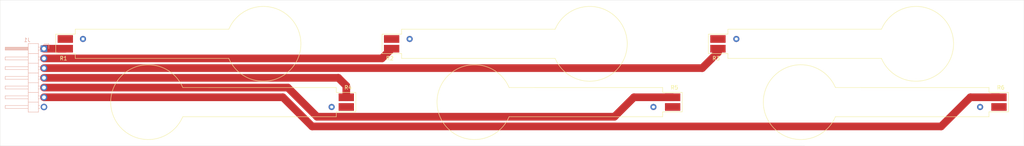
<source format=kicad_pcb>
(kicad_pcb (version 20200104) (host pcbnew "5.99.0-unknown-418dba4~86~ubuntu18.04.1")

  (general
    (thickness 1.6)
    (drawings 6)
    (tracks 25)
    (modules 7)
    (nets 8)
  )

  (page "A4")
  (layers
    (0 "F.Cu" signal hide)
    (31 "B.Cu" signal)
    (32 "B.Adhes" user)
    (33 "F.Adhes" user)
    (34 "B.Paste" user)
    (35 "F.Paste" user)
    (36 "B.SilkS" user)
    (37 "F.SilkS" user)
    (38 "B.Mask" user)
    (39 "F.Mask" user)
    (40 "Dwgs.User" user)
    (41 "Cmts.User" user)
    (42 "Eco1.User" user)
    (43 "Eco2.User" user)
    (44 "Edge.Cuts" user)
    (45 "Margin" user)
    (46 "B.CrtYd" user)
    (47 "F.CrtYd" user)
    (48 "B.Fab" user)
    (49 "F.Fab" user)
  )

  (setup
    (last_trace_width 0.25)
    (user_trace_width 2)
    (trace_clearance 0.2)
    (zone_clearance 0.508)
    (zone_45_only no)
    (trace_min 0.2)
    (via_size 0.8)
    (via_drill 0.4)
    (via_min_size 0.4)
    (via_min_drill 0.3)
    (user_via 1.6 0.8)
    (uvia_size 0.3)
    (uvia_drill 0.1)
    (uvias_allowed no)
    (uvia_min_size 0.2)
    (uvia_min_drill 0.1)
    (max_error 0.005)
    (defaults
      (edge_clearance 0.01)
      (edge_cuts_line_width 0.05)
      (courtyard_line_width 0.05)
      (copper_line_width 0.2)
      (copper_text_dims (size 1.5 1.5) (thickness 0.3))
      (silk_line_width 0.12)
      (silk_text_dims (size 1 1) (thickness 0.15))
      (other_layers_line_width 0.1)
      (other_layers_text_dims (size 1 1) (thickness 0.15))
      (dimension_units 0)
      (dimension_precision 1)
    )
    (pad_size 1.524 1.524)
    (pad_drill 0.762)
    (pad_to_mask_clearance 0.051)
    (solder_mask_min_width 0.25)
    (aux_axis_origin 0 0)
    (visible_elements FFFFFF7F)
    (pcbplotparams
      (layerselection 0x010fc_ffffffff)
      (usegerberextensions false)
      (usegerberattributes false)
      (usegerberadvancedattributes false)
      (creategerberjobfile false)
      (excludeedgelayer true)
      (linewidth 0.100000)
      (plotframeref false)
      (viasonmask false)
      (mode 1)
      (useauxorigin false)
      (hpglpennumber 1)
      (hpglpenspeed 20)
      (hpglpendiameter 15.000000)
      (psnegative false)
      (psa4output false)
      (plotreference true)
      (plotvalue true)
      (plotinvisibletext false)
      (padsonsilk false)
      (subtractmaskfromsilk false)
      (outputformat 1)
      (mirror false)
      (drillshape 1)
      (scaleselection 1)
      (outputdirectory "")
    )
  )

  (net 0 "")
  (net 1 "Net-(J1-Pad6)")
  (net 2 "Net-(J1-Pad5)")
  (net 3 "Net-(J1-Pad4)")
  (net 4 "Net-(J1-Pad3)")
  (net 5 "Net-(J1-Pad2)")
  (net 6 "Net-(J1-Pad1)")
  (net 7 "GND")

  (net_class "Default" "This is the default net class."
    (clearance 0.2)
    (trace_width 0.25)
    (via_dia 0.8)
    (via_drill 0.4)
    (uvia_dia 0.3)
    (uvia_drill 0.1)
    (add_net "GND")
    (add_net "Net-(J1-Pad1)")
    (add_net "Net-(J1-Pad2)")
    (add_net "Net-(J1-Pad3)")
    (add_net "Net-(J1-Pad4)")
    (add_net "Net-(J1-Pad5)")
    (add_net "Net-(J1-Pad6)")
  )

  (module "custom-library:FSR-402" (layer "F.Cu") (tedit 5DD49B0F) (tstamp 5DD4C343)
    (at 140 15.24)
    (path "/5DD4AF12")
    (fp_text reference "R6" (at 52.07 -3.81) (layer "F.SilkS")
      (effects (font (size 1 1) (thickness 0.15)))
    )
    (fp_text value "R" (at 55.11 0 270) (layer "F.Fab")
      (effects (font (size 1 1) (thickness 0.15)))
    )
    (fp_line (start 49 3.81) (end 9 3.81) (layer "F.SilkS") (width 0.12))
    (fp_line (start 49 2.54) (end 49 3.81) (layer "F.SilkS") (width 0.12))
    (fp_line (start 54.08 2.54) (end 49 2.54) (layer "F.SilkS") (width 0.12))
    (fp_line (start 54.08 -2.54) (end 54.08 2.54) (layer "F.SilkS") (width 0.12))
    (fp_line (start 49 -2.54) (end 54.08 -2.54) (layer "F.SilkS") (width 0.12))
    (fp_line (start 49 -3.81) (end 49 -2.54) (layer "F.SilkS") (width 0.12))
    (fp_line (start 8.999276 -3.811709) (end 49 -3.81) (layer "F.SilkS") (width 0.12))
    (fp_arc (start 0 0) (end 9 3.81) (angle 314.1) (layer "F.SilkS") (width 0.12))
    (pad "2" smd rect (at 51.6 1.27 270) (size 2 4) (layers "F.Cu" "F.Paste" "F.Mask")
      (net 7 "GND"))
    (pad "1" smd rect (at 51.6 -1.27 270) (size 2 4) (layers "F.Cu" "F.Paste" "F.Mask")
      (net 1 "Net-(J1-Pad6)"))
  )

  (module "custom-library:FSR-402" (layer "F.Cu") (tedit 5DD49B0F) (tstamp 5DD4C335)
    (at 55 15.24)
    (path "/5DD4A9AD")
    (fp_text reference "R5" (at 52.07 -3.81) (layer "F.SilkS")
      (effects (font (size 1 1) (thickness 0.15)))
    )
    (fp_text value "R" (at 55.11 0 270) (layer "F.Fab")
      (effects (font (size 1 1) (thickness 0.15)))
    )
    (fp_line (start 49 3.81) (end 9 3.81) (layer "F.SilkS") (width 0.12))
    (fp_line (start 49 2.54) (end 49 3.81) (layer "F.SilkS") (width 0.12))
    (fp_line (start 54.08 2.54) (end 49 2.54) (layer "F.SilkS") (width 0.12))
    (fp_line (start 54.08 -2.54) (end 54.08 2.54) (layer "F.SilkS") (width 0.12))
    (fp_line (start 49 -2.54) (end 54.08 -2.54) (layer "F.SilkS") (width 0.12))
    (fp_line (start 49 -3.81) (end 49 -2.54) (layer "F.SilkS") (width 0.12))
    (fp_line (start 8.999276 -3.811709) (end 49 -3.81) (layer "F.SilkS") (width 0.12))
    (fp_arc (start 0 0) (end 9 3.81) (angle 314.1) (layer "F.SilkS") (width 0.12))
    (pad "2" smd rect (at 51.6 1.27 270) (size 2 4) (layers "F.Cu" "F.Paste" "F.Mask")
      (net 7 "GND"))
    (pad "1" smd rect (at 51.6 -1.27 270) (size 2 4) (layers "F.Cu" "F.Paste" "F.Mask")
      (net 2 "Net-(J1-Pad5)"))
  )

  (module "custom-library:FSR-402" (layer "F.Cu") (tedit 5DD49B0F) (tstamp 5DD4C327)
    (at -30 15.24)
    (path "/5DD4A49C")
    (fp_text reference "R4" (at 52.07 -3.81) (layer "F.SilkS")
      (effects (font (size 1 1) (thickness 0.15)))
    )
    (fp_text value "R" (at 55.11 0 270) (layer "F.Fab")
      (effects (font (size 1 1) (thickness 0.15)))
    )
    (fp_line (start 49 3.81) (end 9 3.81) (layer "F.SilkS") (width 0.12))
    (fp_line (start 49 2.54) (end 49 3.81) (layer "F.SilkS") (width 0.12))
    (fp_line (start 54.08 2.54) (end 49 2.54) (layer "F.SilkS") (width 0.12))
    (fp_line (start 54.08 -2.54) (end 54.08 2.54) (layer "F.SilkS") (width 0.12))
    (fp_line (start 49 -2.54) (end 54.08 -2.54) (layer "F.SilkS") (width 0.12))
    (fp_line (start 49 -3.81) (end 49 -2.54) (layer "F.SilkS") (width 0.12))
    (fp_line (start 8.999276 -3.811709) (end 49 -3.81) (layer "F.SilkS") (width 0.12))
    (fp_arc (start 0 0) (end 9 3.81) (angle 314.1) (layer "F.SilkS") (width 0.12))
    (pad "2" smd rect (at 51.6 1.27 270) (size 2 4) (layers "F.Cu" "F.Paste" "F.Mask")
      (net 7 "GND"))
    (pad "1" smd rect (at 51.6 -1.27 270) (size 2 4) (layers "F.Cu" "F.Paste" "F.Mask")
      (net 3 "Net-(J1-Pad4)"))
  )

  (module "custom-library:FSR-402" (layer "F.Cu") (tedit 5DD49B0F) (tstamp 5DD4C319)
    (at 170 0 180)
    (path "/5DD4A22F")
    (fp_text reference "R3" (at 52.07 -3.81) (layer "F.SilkS")
      (effects (font (size 1 1) (thickness 0.15)))
    )
    (fp_text value "R" (at 55.11 0 270) (layer "F.Fab")
      (effects (font (size 1 1) (thickness 0.15)))
    )
    (fp_line (start 49 3.81) (end 9 3.81) (layer "F.SilkS") (width 0.12))
    (fp_line (start 49 2.54) (end 49 3.81) (layer "F.SilkS") (width 0.12))
    (fp_line (start 54.08 2.54) (end 49 2.54) (layer "F.SilkS") (width 0.12))
    (fp_line (start 54.08 -2.54) (end 54.08 2.54) (layer "F.SilkS") (width 0.12))
    (fp_line (start 49 -2.54) (end 54.08 -2.54) (layer "F.SilkS") (width 0.12))
    (fp_line (start 49 -3.81) (end 49 -2.54) (layer "F.SilkS") (width 0.12))
    (fp_line (start 8.999276 -3.811709) (end 49 -3.81) (layer "F.SilkS") (width 0.12))
    (fp_arc (start 0 0) (end 9 3.81) (angle 314.1) (layer "F.SilkS") (width 0.12))
    (pad "2" smd rect (at 51.6 1.27 90) (size 2 4) (layers "F.Cu" "F.Paste" "F.Mask")
      (net 7 "GND"))
    (pad "1" smd rect (at 51.6 -1.27 90) (size 2 4) (layers "F.Cu" "F.Paste" "F.Mask")
      (net 4 "Net-(J1-Pad3)"))
  )

  (module "custom-library:FSR-402" (layer "F.Cu") (tedit 5DD49B0F) (tstamp 5DD4C30B)
    (at 85 0 180)
    (path "/5DD49C0A")
    (fp_text reference "R2" (at 52.07 -3.81) (layer "F.SilkS")
      (effects (font (size 1 1) (thickness 0.15)))
    )
    (fp_text value "R" (at 55.11 0 270) (layer "F.Fab")
      (effects (font (size 1 1) (thickness 0.15)))
    )
    (fp_line (start 49 3.81) (end 9 3.81) (layer "F.SilkS") (width 0.12))
    (fp_line (start 49 2.54) (end 49 3.81) (layer "F.SilkS") (width 0.12))
    (fp_line (start 54.08 2.54) (end 49 2.54) (layer "F.SilkS") (width 0.12))
    (fp_line (start 54.08 -2.54) (end 54.08 2.54) (layer "F.SilkS") (width 0.12))
    (fp_line (start 49 -2.54) (end 54.08 -2.54) (layer "F.SilkS") (width 0.12))
    (fp_line (start 49 -3.81) (end 49 -2.54) (layer "F.SilkS") (width 0.12))
    (fp_line (start 8.999276 -3.811709) (end 49 -3.81) (layer "F.SilkS") (width 0.12))
    (fp_arc (start 0 0) (end 9 3.81) (angle 314.1) (layer "F.SilkS") (width 0.12))
    (pad "2" smd rect (at 51.6 1.27 90) (size 2 4) (layers "F.Cu" "F.Paste" "F.Mask")
      (net 7 "GND"))
    (pad "1" smd rect (at 51.6 -1.27 90) (size 2 4) (layers "F.Cu" "F.Paste" "F.Mask")
      (net 5 "Net-(J1-Pad2)"))
  )

  (module "custom-library:FSR-402" (layer "F.Cu") (tedit 5DD49B0F) (tstamp 5DD4C2FD)
    (at 0 0 180)
    (path "/5DD49985")
    (fp_text reference "R1" (at 52.07 -3.81) (layer "F.SilkS")
      (effects (font (size 1 1) (thickness 0.15)))
    )
    (fp_text value "R" (at 55.11 0 270) (layer "F.Fab")
      (effects (font (size 1 1) (thickness 0.15)))
    )
    (fp_line (start 49 3.81) (end 9 3.81) (layer "F.SilkS") (width 0.12))
    (fp_line (start 49 2.54) (end 49 3.81) (layer "F.SilkS") (width 0.12))
    (fp_line (start 54.08 2.54) (end 49 2.54) (layer "F.SilkS") (width 0.12))
    (fp_line (start 54.08 -2.54) (end 54.08 2.54) (layer "F.SilkS") (width 0.12))
    (fp_line (start 49 -2.54) (end 54.08 -2.54) (layer "F.SilkS") (width 0.12))
    (fp_line (start 49 -3.81) (end 49 -2.54) (layer "F.SilkS") (width 0.12))
    (fp_line (start 8.999276 -3.811709) (end 49 -3.81) (layer "F.SilkS") (width 0.12))
    (fp_arc (start 0 0) (end 9 3.81) (angle 314.1) (layer "F.SilkS") (width 0.12))
    (pad "2" smd rect (at 51.6 1.27 90) (size 2 4) (layers "F.Cu" "F.Paste" "F.Mask")
      (net 7 "GND"))
    (pad "1" smd rect (at 51.6 -1.27 90) (size 2 4) (layers "F.Cu" "F.Paste" "F.Mask")
      (net 6 "Net-(J1-Pad1)"))
  )

  (module "Connector_PinHeader_2.54mm:PinHeader_1x07_P2.54mm_Horizontal" (layer "B.Cu") (tedit 59FED5CB) (tstamp 5DD4C2EF)
    (at -57.15 1.27 180)
    (descr "Through hole angled pin header, 1x07, 2.54mm pitch, 6mm pin length, single row")
    (tags "Through hole angled pin header THT 1x07 2.54mm single row")
    (path "/5DD4E3E8")
    (fp_text reference "J1" (at 4.385 2.27) (layer "B.SilkS")
      (effects (font (size 1 1) (thickness 0.15)) (justify mirror))
    )
    (fp_text value "Conn_01x07" (at 4.385 -17.51) (layer "B.Fab")
      (effects (font (size 1 1) (thickness 0.15)) (justify mirror))
    )
    (fp_text user "%R" (at 2.77 -7.62 -90) (layer "B.Fab")
      (effects (font (size 1 1) (thickness 0.15)) (justify mirror))
    )
    (fp_line (start 10.55 1.8) (end -1.8 1.8) (layer "B.CrtYd") (width 0.05))
    (fp_line (start 10.55 -17.05) (end 10.55 1.8) (layer "B.CrtYd") (width 0.05))
    (fp_line (start -1.8 -17.05) (end 10.55 -17.05) (layer "B.CrtYd") (width 0.05))
    (fp_line (start -1.8 1.8) (end -1.8 -17.05) (layer "B.CrtYd") (width 0.05))
    (fp_line (start -1.27 1.27) (end 0 1.27) (layer "B.SilkS") (width 0.12))
    (fp_line (start -1.27 0) (end -1.27 1.27) (layer "B.SilkS") (width 0.12))
    (fp_line (start 1.042929 -15.62) (end 1.44 -15.62) (layer "B.SilkS") (width 0.12))
    (fp_line (start 1.042929 -14.86) (end 1.44 -14.86) (layer "B.SilkS") (width 0.12))
    (fp_line (start 10.1 -15.62) (end 4.1 -15.62) (layer "B.SilkS") (width 0.12))
    (fp_line (start 10.1 -14.86) (end 10.1 -15.62) (layer "B.SilkS") (width 0.12))
    (fp_line (start 4.1 -14.86) (end 10.1 -14.86) (layer "B.SilkS") (width 0.12))
    (fp_line (start 1.44 -13.97) (end 4.1 -13.97) (layer "B.SilkS") (width 0.12))
    (fp_line (start 1.042929 -13.08) (end 1.44 -13.08) (layer "B.SilkS") (width 0.12))
    (fp_line (start 1.042929 -12.32) (end 1.44 -12.32) (layer "B.SilkS") (width 0.12))
    (fp_line (start 10.1 -13.08) (end 4.1 -13.08) (layer "B.SilkS") (width 0.12))
    (fp_line (start 10.1 -12.32) (end 10.1 -13.08) (layer "B.SilkS") (width 0.12))
    (fp_line (start 4.1 -12.32) (end 10.1 -12.32) (layer "B.SilkS") (width 0.12))
    (fp_line (start 1.44 -11.43) (end 4.1 -11.43) (layer "B.SilkS") (width 0.12))
    (fp_line (start 1.042929 -10.54) (end 1.44 -10.54) (layer "B.SilkS") (width 0.12))
    (fp_line (start 1.042929 -9.78) (end 1.44 -9.78) (layer "B.SilkS") (width 0.12))
    (fp_line (start 10.1 -10.54) (end 4.1 -10.54) (layer "B.SilkS") (width 0.12))
    (fp_line (start 10.1 -9.78) (end 10.1 -10.54) (layer "B.SilkS") (width 0.12))
    (fp_line (start 4.1 -9.78) (end 10.1 -9.78) (layer "B.SilkS") (width 0.12))
    (fp_line (start 1.44 -8.89) (end 4.1 -8.89) (layer "B.SilkS") (width 0.12))
    (fp_line (start 1.042929 -8) (end 1.44 -8) (layer "B.SilkS") (width 0.12))
    (fp_line (start 1.042929 -7.24) (end 1.44 -7.24) (layer "B.SilkS") (width 0.12))
    (fp_line (start 10.1 -8) (end 4.1 -8) (layer "B.SilkS") (width 0.12))
    (fp_line (start 10.1 -7.24) (end 10.1 -8) (layer "B.SilkS") (width 0.12))
    (fp_line (start 4.1 -7.24) (end 10.1 -7.24) (layer "B.SilkS") (width 0.12))
    (fp_line (start 1.44 -6.35) (end 4.1 -6.35) (layer "B.SilkS") (width 0.12))
    (fp_line (start 1.042929 -5.46) (end 1.44 -5.46) (layer "B.SilkS") (width 0.12))
    (fp_line (start 1.042929 -4.7) (end 1.44 -4.7) (layer "B.SilkS") (width 0.12))
    (fp_line (start 10.1 -5.46) (end 4.1 -5.46) (layer "B.SilkS") (width 0.12))
    (fp_line (start 10.1 -4.7) (end 10.1 -5.46) (layer "B.SilkS") (width 0.12))
    (fp_line (start 4.1 -4.7) (end 10.1 -4.7) (layer "B.SilkS") (width 0.12))
    (fp_line (start 1.44 -3.81) (end 4.1 -3.81) (layer "B.SilkS") (width 0.12))
    (fp_line (start 1.042929 -2.92) (end 1.44 -2.92) (layer "B.SilkS") (width 0.12))
    (fp_line (start 1.042929 -2.16) (end 1.44 -2.16) (layer "B.SilkS") (width 0.12))
    (fp_line (start 10.1 -2.92) (end 4.1 -2.92) (layer "B.SilkS") (width 0.12))
    (fp_line (start 10.1 -2.16) (end 10.1 -2.92) (layer "B.SilkS") (width 0.12))
    (fp_line (start 4.1 -2.16) (end 10.1 -2.16) (layer "B.SilkS") (width 0.12))
    (fp_line (start 1.44 -1.27) (end 4.1 -1.27) (layer "B.SilkS") (width 0.12))
    (fp_line (start 1.11 -0.38) (end 1.44 -0.38) (layer "B.SilkS") (width 0.12))
    (fp_line (start 1.11 0.38) (end 1.44 0.38) (layer "B.SilkS") (width 0.12))
    (fp_line (start 4.1 -0.28) (end 10.1 -0.28) (layer "B.SilkS") (width 0.12))
    (fp_line (start 4.1 -0.16) (end 10.1 -0.16) (layer "B.SilkS") (width 0.12))
    (fp_line (start 4.1 -0.04) (end 10.1 -0.04) (layer "B.SilkS") (width 0.12))
    (fp_line (start 4.1 0.08) (end 10.1 0.08) (layer "B.SilkS") (width 0.12))
    (fp_line (start 4.1 0.2) (end 10.1 0.2) (layer "B.SilkS") (width 0.12))
    (fp_line (start 4.1 0.32) (end 10.1 0.32) (layer "B.SilkS") (width 0.12))
    (fp_line (start 10.1 -0.38) (end 4.1 -0.38) (layer "B.SilkS") (width 0.12))
    (fp_line (start 10.1 0.38) (end 10.1 -0.38) (layer "B.SilkS") (width 0.12))
    (fp_line (start 4.1 0.38) (end 10.1 0.38) (layer "B.SilkS") (width 0.12))
    (fp_line (start 4.1 1.33) (end 1.44 1.33) (layer "B.SilkS") (width 0.12))
    (fp_line (start 4.1 -16.57) (end 4.1 1.33) (layer "B.SilkS") (width 0.12))
    (fp_line (start 1.44 -16.57) (end 4.1 -16.57) (layer "B.SilkS") (width 0.12))
    (fp_line (start 1.44 1.33) (end 1.44 -16.57) (layer "B.SilkS") (width 0.12))
    (fp_line (start 4.04 -15.56) (end 10.04 -15.56) (layer "B.Fab") (width 0.1))
    (fp_line (start 10.04 -14.92) (end 10.04 -15.56) (layer "B.Fab") (width 0.1))
    (fp_line (start 4.04 -14.92) (end 10.04 -14.92) (layer "B.Fab") (width 0.1))
    (fp_line (start -0.32 -15.56) (end 1.5 -15.56) (layer "B.Fab") (width 0.1))
    (fp_line (start -0.32 -14.92) (end -0.32 -15.56) (layer "B.Fab") (width 0.1))
    (fp_line (start -0.32 -14.92) (end 1.5 -14.92) (layer "B.Fab") (width 0.1))
    (fp_line (start 4.04 -13.02) (end 10.04 -13.02) (layer "B.Fab") (width 0.1))
    (fp_line (start 10.04 -12.38) (end 10.04 -13.02) (layer "B.Fab") (width 0.1))
    (fp_line (start 4.04 -12.38) (end 10.04 -12.38) (layer "B.Fab") (width 0.1))
    (fp_line (start -0.32 -13.02) (end 1.5 -13.02) (layer "B.Fab") (width 0.1))
    (fp_line (start -0.32 -12.38) (end -0.32 -13.02) (layer "B.Fab") (width 0.1))
    (fp_line (start -0.32 -12.38) (end 1.5 -12.38) (layer "B.Fab") (width 0.1))
    (fp_line (start 4.04 -10.48) (end 10.04 -10.48) (layer "B.Fab") (width 0.1))
    (fp_line (start 10.04 -9.84) (end 10.04 -10.48) (layer "B.Fab") (width 0.1))
    (fp_line (start 4.04 -9.84) (end 10.04 -9.84) (layer "B.Fab") (width 0.1))
    (fp_line (start -0.32 -10.48) (end 1.5 -10.48) (layer "B.Fab") (width 0.1))
    (fp_line (start -0.32 -9.84) (end -0.32 -10.48) (layer "B.Fab") (width 0.1))
    (fp_line (start -0.32 -9.84) (end 1.5 -9.84) (layer "B.Fab") (width 0.1))
    (fp_line (start 4.04 -7.94) (end 10.04 -7.94) (layer "B.Fab") (width 0.1))
    (fp_line (start 10.04 -7.3) (end 10.04 -7.94) (layer "B.Fab") (width 0.1))
    (fp_line (start 4.04 -7.3) (end 10.04 -7.3) (layer "B.Fab") (width 0.1))
    (fp_line (start -0.32 -7.94) (end 1.5 -7.94) (layer "B.Fab") (width 0.1))
    (fp_line (start -0.32 -7.3) (end -0.32 -7.94) (layer "B.Fab") (width 0.1))
    (fp_line (start -0.32 -7.3) (end 1.5 -7.3) (layer "B.Fab") (width 0.1))
    (fp_line (start 4.04 -5.4) (end 10.04 -5.4) (layer "B.Fab") (width 0.1))
    (fp_line (start 10.04 -4.76) (end 10.04 -5.4) (layer "B.Fab") (width 0.1))
    (fp_line (start 4.04 -4.76) (end 10.04 -4.76) (layer "B.Fab") (width 0.1))
    (fp_line (start -0.32 -5.4) (end 1.5 -5.4) (layer "B.Fab") (width 0.1))
    (fp_line (start -0.32 -4.76) (end -0.32 -5.4) (layer "B.Fab") (width 0.1))
    (fp_line (start -0.32 -4.76) (end 1.5 -4.76) (layer "B.Fab") (width 0.1))
    (fp_line (start 4.04 -2.86) (end 10.04 -2.86) (layer "B.Fab") (width 0.1))
    (fp_line (start 10.04 -2.22) (end 10.04 -2.86) (layer "B.Fab") (width 0.1))
    (fp_line (start 4.04 -2.22) (end 10.04 -2.22) (layer "B.Fab") (width 0.1))
    (fp_line (start -0.32 -2.86) (end 1.5 -2.86) (layer "B.Fab") (width 0.1))
    (fp_line (start -0.32 -2.22) (end -0.32 -2.86) (layer "B.Fab") (width 0.1))
    (fp_line (start -0.32 -2.22) (end 1.5 -2.22) (layer "B.Fab") (width 0.1))
    (fp_line (start 4.04 -0.32) (end 10.04 -0.32) (layer "B.Fab") (width 0.1))
    (fp_line (start 10.04 0.32) (end 10.04 -0.32) (layer "B.Fab") (width 0.1))
    (fp_line (start 4.04 0.32) (end 10.04 0.32) (layer "B.Fab") (width 0.1))
    (fp_line (start -0.32 -0.32) (end 1.5 -0.32) (layer "B.Fab") (width 0.1))
    (fp_line (start -0.32 0.32) (end -0.32 -0.32) (layer "B.Fab") (width 0.1))
    (fp_line (start -0.32 0.32) (end 1.5 0.32) (layer "B.Fab") (width 0.1))
    (fp_line (start 1.5 0.635) (end 2.135 1.27) (layer "B.Fab") (width 0.1))
    (fp_line (start 1.5 -16.51) (end 1.5 0.635) (layer "B.Fab") (width 0.1))
    (fp_line (start 4.04 -16.51) (end 1.5 -16.51) (layer "B.Fab") (width 0.1))
    (fp_line (start 4.04 1.27) (end 4.04 -16.51) (layer "B.Fab") (width 0.1))
    (fp_line (start 2.135 1.27) (end 4.04 1.27) (layer "B.Fab") (width 0.1))
    (pad "7" thru_hole oval (at 0 -15.24 180) (size 1.7 1.7) (drill 1) (layers *.Cu *.Mask)
      (net 7 "GND"))
    (pad "6" thru_hole oval (at 0 -12.7 180) (size 1.7 1.7) (drill 1) (layers *.Cu *.Mask)
      (net 1 "Net-(J1-Pad6)"))
    (pad "5" thru_hole oval (at 0 -10.16 180) (size 1.7 1.7) (drill 1) (layers *.Cu *.Mask)
      (net 2 "Net-(J1-Pad5)"))
    (pad "4" thru_hole oval (at 0 -7.62 180) (size 1.7 1.7) (drill 1) (layers *.Cu *.Mask)
      (net 3 "Net-(J1-Pad4)"))
    (pad "3" thru_hole oval (at 0 -5.08 180) (size 1.7 1.7) (drill 1) (layers *.Cu *.Mask)
      (net 4 "Net-(J1-Pad3)"))
    (pad "2" thru_hole oval (at 0 -2.54 180) (size 1.7 1.7) (drill 1) (layers *.Cu *.Mask)
      (net 5 "Net-(J1-Pad2)"))
    (pad "1" thru_hole rect (at 0 0 180) (size 1.7 1.7) (drill 1) (layers *.Cu *.Mask)
      (net 6 "Net-(J1-Pad1)"))
    (model "${KISYS3DMOD}/Connector_PinHeader_2.54mm.3dshapes/PinHeader_1x07_P2.54mm_Horizontal.wrl"
      (at (xyz 0 0 0))
      (scale (xyz 1 1 1))
      (rotate (xyz 0 0 0))
    )
  )

  (gr_line (start -68.58 -11.43) (end 0 -11.43) (layer "Edge.Cuts") (width 0.05) (tstamp 5DD4CAE2))
  (gr_line (start -68.58 26.67) (end -68.58 -11.43) (layer "Edge.Cuts") (width 0.05))
  (gr_line (start 140.97 26.67) (end -68.58 26.67) (layer "Edge.Cuts") (width 0.05))
  (gr_line (start 198.12 26.67) (end 198.12 -11.43) (layer "Edge.Cuts") (width 0.05) (tstamp 5DD4CADE))
  (gr_line (start 140.97 26.67) (end 198.12 26.67) (layer "Edge.Cuts") (width 0.05))
  (gr_line (start 0 -11.43) (end 198.12 -11.43) (layer "Edge.Cuts") (width 0.05))

  (segment (start 118.4 2.25) (end 118.4 1.27) (width 2) (layer "F.Cu") (net 4))
  (segment (start 114.3 6.35) (end 118.4 2.25) (width 2) (layer "F.Cu") (net 4))
  (segment (start 33.4 1.27) (end 30.86 3.81) (width 2) (layer "F.Cu") (net 5))
  (via (at 17.78 16.51) (size 1.6) (drill 0.8) (layers "F.Cu" "B.Cu") (net 7))
  (via (at 38.1 -1.27) (size 1.6) (drill 0.8) (layers "F.Cu" "B.Cu") (net 7))
  (via (at 123.19 -1.27) (size 1.6) (drill 0.8) (layers "F.Cu" "B.Cu") (net 7))
  (via (at -46.99 -1.27) (size 1.6) (drill 0.8) (layers "F.Cu" "B.Cu") (net 7))
  (via (at 101.6 16.51) (size 1.6) (drill 0.8) (layers "F.Cu" "B.Cu") (net 7))
  (via (at 186.69 16.51) (size 1.6) (drill 0.8) (layers "F.Cu" "B.Cu") (net 7))
  (segment (start 96.52 13.97) (end 106.6 13.97) (width 2) (layer "F.Cu") (net 2))
  (segment (start 91.44 19.05) (end 96.52 13.97) (width 2) (layer "F.Cu") (net 2))
  (segment (start 13.97 19.05) (end 91.44 19.05) (width 2) (layer "F.Cu") (net 2))
  (segment (start 6.35 11.43) (end 13.97 19.05) (width 2) (layer "F.Cu") (net 2))
  (segment (start -57.15 1.27) (end -51.6 1.27) (width 2) (layer "F.Cu") (net 6))
  (segment (start -57.15 3.81) (end 30.86 3.81) (width 2) (layer "F.Cu") (net 5))
  (segment (start -57.15 6.35) (end 114.3 6.35) (width 2) (layer "F.Cu") (net 4))
  (segment (start 21.6 10.97) (end 21.6 13.97) (width 2) (layer "F.Cu") (net 3))
  (segment (start -57.15 8.89) (end 19.52 8.89) (width 2) (layer "F.Cu") (net 3))
  (segment (start 19.52 8.89) (end 21.6 10.97) (width 2) (layer "F.Cu") (net 3))
  (segment (start -57.15 11.43) (end 6.35 11.43) (width 2) (layer "F.Cu") (net 2))
  (segment (start 5.08 13.97) (end 12.7 21.59) (width 2) (layer "F.Cu") (net 1))
  (segment (start 184.15 13.97) (end 191.6 13.97) (width 2) (layer "F.Cu") (net 1))
  (segment (start 12.7 21.59) (end 176.53 21.59) (width 2) (layer "F.Cu") (net 1))
  (segment (start 176.53 21.59) (end 184.15 13.97) (width 2) (layer "F.Cu") (net 1))
  (segment (start -57.15 13.97) (end 5.08 13.97) (width 2) (layer "F.Cu") (net 1))

)

</source>
